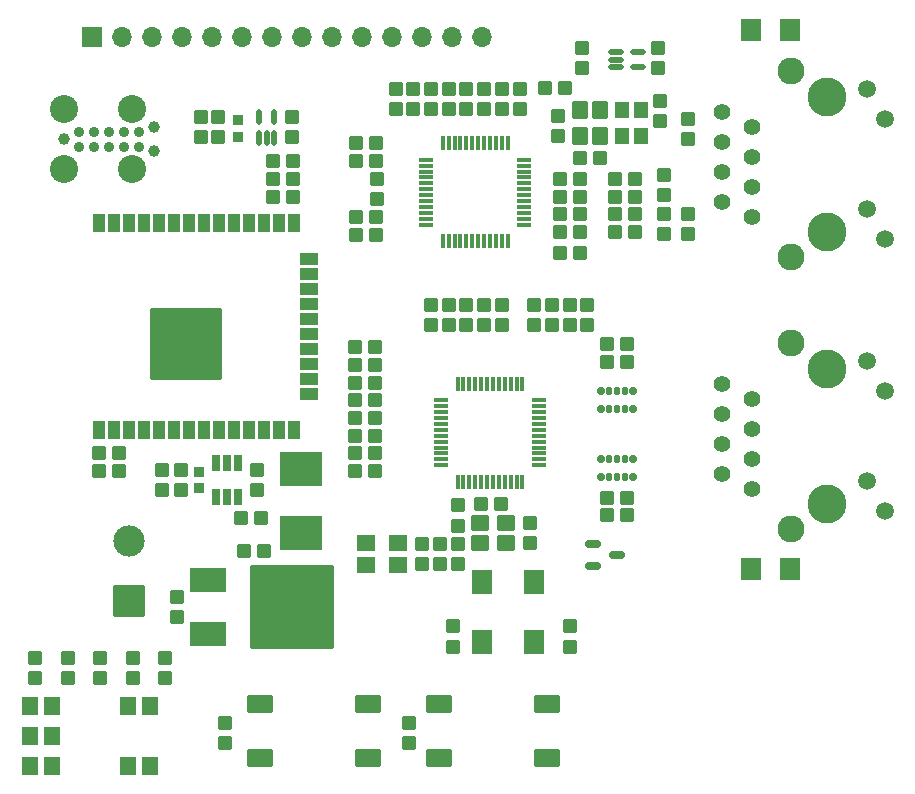
<source format=gbr>
%TF.GenerationSoftware,KiCad,Pcbnew,8.0.0*%
%TF.CreationDate,2024-03-19T13:56:09-04:00*%
%TF.ProjectId,Ethernet_Dev_Board,45746865-726e-4657-945f-4465765f426f,rev?*%
%TF.SameCoordinates,Original*%
%TF.FileFunction,Soldermask,Top*%
%TF.FilePolarity,Negative*%
%FSLAX46Y46*%
G04 Gerber Fmt 4.6, Leading zero omitted, Abs format (unit mm)*
G04 Created by KiCad (PCBNEW 8.0.0) date 2024-03-19 13:56:09*
%MOMM*%
%LPD*%
G01*
G04 APERTURE LIST*
G04 Aperture macros list*
%AMRoundRect*
0 Rectangle with rounded corners*
0 $1 Rounding radius*
0 $2 $3 $4 $5 $6 $7 $8 $9 X,Y pos of 4 corners*
0 Add a 4 corners polygon primitive as box body*
4,1,4,$2,$3,$4,$5,$6,$7,$8,$9,$2,$3,0*
0 Add four circle primitives for the rounded corners*
1,1,$1+$1,$2,$3*
1,1,$1+$1,$4,$5*
1,1,$1+$1,$6,$7*
1,1,$1+$1,$8,$9*
0 Add four rect primitives between the rounded corners*
20,1,$1+$1,$2,$3,$4,$5,0*
20,1,$1+$1,$4,$5,$6,$7,0*
20,1,$1+$1,$6,$7,$8,$9,0*
20,1,$1+$1,$8,$9,$2,$3,0*%
G04 Aperture macros list end*
%ADD10RoundRect,0.050800X0.500000X0.550000X-0.500000X0.550000X-0.500000X-0.550000X0.500000X-0.550000X0*%
%ADD11RoundRect,0.050800X0.550000X-0.500000X0.550000X0.500000X-0.550000X0.500000X-0.550000X-0.500000X0*%
%ADD12RoundRect,0.050800X-0.550000X0.500000X-0.550000X-0.500000X0.550000X-0.500000X0.550000X0.500000X0*%
%ADD13RoundRect,0.050800X-1.500000X1.000000X-1.500000X-1.000000X1.500000X-1.000000X1.500000X1.000000X0*%
%ADD14RoundRect,0.050800X-3.500000X3.500000X-3.500000X-3.500000X3.500000X-3.500000X3.500000X3.500000X0*%
%ADD15RoundRect,0.050800X-0.500000X-0.550000X0.500000X-0.550000X0.500000X0.550000X-0.500000X0.550000X0*%
%ADD16RoundRect,0.050800X-0.600000X0.700000X-0.600000X-0.700000X0.600000X-0.700000X0.600000X0.700000X0*%
%ADD17RoundRect,0.050800X0.600000X-0.700000X0.600000X0.700000X-0.600000X0.700000X-0.600000X-0.700000X0*%
%ADD18RoundRect,0.050800X-0.700000X-0.600000X0.700000X-0.600000X0.700000X0.600000X-0.700000X0.600000X0*%
%ADD19RoundRect,0.050800X0.700000X0.600000X-0.700000X0.600000X-0.700000X-0.600000X0.700000X-0.600000X0*%
%ADD20R,1.700000X1.700000*%
%ADD21O,1.700000X1.700000*%
%ADD22RoundRect,0.050800X1.750000X-1.400000X1.750000X1.400000X-1.750000X1.400000X-1.750000X-1.400000X0*%
%ADD23RoundRect,0.050800X0.450000X0.750000X-0.450000X0.750000X-0.450000X-0.750000X0.450000X-0.750000X0*%
%ADD24RoundRect,0.050800X0.750000X-0.450000X0.750000X0.450000X-0.750000X0.450000X-0.750000X-0.450000X0*%
%ADD25RoundRect,0.050800X3.000000X-3.000000X3.000000X3.000000X-3.000000X3.000000X-3.000000X-3.000000X0*%
%ADD26RoundRect,0.155958X-0.149842X-0.199842X0.149842X-0.199842X0.149842X0.199842X-0.149842X0.199842X0*%
%ADD27RoundRect,0.115158X-0.110642X-0.240642X0.110642X-0.240642X0.110642X0.240642X-0.110642X0.240642X0*%
%ADD28RoundRect,0.155958X0.149842X0.199842X-0.149842X0.199842X-0.149842X-0.199842X0.149842X-0.199842X0*%
%ADD29RoundRect,0.115158X0.110642X0.240642X-0.110642X0.240642X-0.110642X-0.240642X0.110642X-0.240642X0*%
%ADD30RoundRect,0.095400X0.535400X-0.095400X0.535400X0.095400X-0.535400X0.095400X-0.535400X-0.095400X0*%
%ADD31RoundRect,0.095400X0.095400X0.535400X-0.095400X0.535400X-0.095400X-0.535400X0.095400X-0.535400X0*%
%ADD32RoundRect,0.095400X-0.535400X0.095400X-0.535400X-0.095400X0.535400X-0.095400X0.535400X0.095400X0*%
%ADD33RoundRect,0.095400X-0.095400X-0.535400X0.095400X-0.535400X0.095400X0.535400X-0.095400X0.535400X0*%
%ADD34RoundRect,0.050800X-0.300000X-0.650000X0.300000X-0.650000X0.300000X0.650000X-0.300000X0.650000X0*%
%ADD35RoundRect,0.050800X0.800000X0.901500X-0.800000X0.901500X-0.800000X-0.901500X0.800000X-0.901500X0*%
%ADD36RoundRect,0.127624X-0.518176X0.113176X-0.518176X-0.113176X0.518176X-0.113176X0.518176X0.113176X0*%
%ADD37RoundRect,0.127624X0.518176X-0.113176X0.518176X0.113176X-0.518176X0.113176X-0.518176X-0.113176X0*%
%ADD38RoundRect,0.050800X0.650000X-0.750000X0.650000X0.750000X-0.650000X0.750000X-0.650000X-0.750000X0*%
%ADD39RoundRect,0.050800X1.275000X1.275000X-1.275000X1.275000X-1.275000X-1.275000X1.275000X-1.275000X0*%
%ADD40C,2.651600*%
%ADD41RoundRect,0.050800X-0.350000X0.400000X-0.350000X-0.400000X0.350000X-0.400000X0.350000X0.400000X0*%
%ADD42R,1.700000X2.100000*%
%ADD43R,1.200000X1.400000*%
%ADD44RoundRect,0.050800X0.750000X0.650000X-0.750000X0.650000X-0.750000X-0.650000X0.750000X-0.650000X0*%
%ADD45RoundRect,0.050800X-1.050000X-0.700000X1.050000X-0.700000X1.050000X0.700000X-1.050000X0.700000X0*%
%ADD46C,3.300000*%
%ADD47C,1.509600*%
%ADD48C,1.401600*%
%ADD49C,2.285600*%
%ADD50RoundRect,0.174342X-0.481458X0.181458X-0.481458X-0.181458X0.481458X-0.181458X0.481458X0.181458X0*%
%ADD51RoundRect,0.174342X0.481458X-0.181458X0.481458X0.181458X-0.481458X0.181458X-0.481458X-0.181458X0*%
%ADD52C,2.375000*%
%ADD53C,0.991000*%
%ADD54RoundRect,0.444300X0.000000X0.000000X0.000000X0.000000X0.000000X0.000000X0.000000X0.000000X0*%
%ADD55RoundRect,0.127624X-0.113176X-0.518176X0.113176X-0.518176X0.113176X0.518176X-0.113176X0.518176X0*%
%ADD56RoundRect,0.127624X0.113176X0.518176X-0.113176X0.518176X-0.113176X-0.518176X0.113176X-0.518176X0*%
G04 APERTURE END LIST*
D10*
%TO.C,C305*%
X113500000Y-53600000D03*
X113500000Y-51900000D03*
%TD*%
D11*
%TO.C,C207*%
X128400000Y-75000000D03*
X130100000Y-75000000D03*
%TD*%
D10*
%TO.C,C402*%
X90750000Y-85850000D03*
X90750000Y-84150000D03*
%TD*%
D12*
%TO.C,C109*%
X108850000Y-64250000D03*
X107150000Y-64250000D03*
%TD*%
%TO.C,R306*%
X130750000Y-59500000D03*
X129050000Y-59500000D03*
%TD*%
D13*
%TO.C,U101*%
X94650000Y-93459000D03*
X94650001Y-98064000D03*
D14*
X101750000Y-95750000D03*
%TD*%
D10*
%TO.C,R203*%
X91000000Y-101750000D03*
X91000000Y-100050000D03*
%TD*%
%TO.C,R406*%
X85500000Y-101750000D03*
X85500000Y-100050000D03*
%TD*%
%TO.C,R102*%
X95500000Y-55930000D03*
X95500000Y-54230000D03*
%TD*%
%TO.C,C310*%
X133250000Y-64200000D03*
X133250000Y-62500000D03*
%TD*%
D15*
%TO.C,R204*%
X116500000Y-70150000D03*
X116500000Y-71850000D03*
%TD*%
D16*
%TO.C,XTAL301*%
X126150000Y-53650000D03*
D17*
X127850000Y-53650000D03*
D16*
X126150000Y-55850000D03*
D17*
X127850000Y-55850000D03*
%TD*%
D15*
%TO.C,C115*%
X115750000Y-90400000D03*
X115750000Y-92100000D03*
%TD*%
D12*
%TO.C,C119*%
X108800000Y-78250000D03*
X107100000Y-78250000D03*
%TD*%
D15*
%TO.C,C125*%
X101750000Y-54230000D03*
X101750000Y-55930000D03*
%TD*%
D18*
%TO.C,XTAL201*%
X117650000Y-90350000D03*
D19*
X117650000Y-88650000D03*
D18*
X119850000Y-90350000D03*
D19*
X119850000Y-88650000D03*
%TD*%
D12*
%TO.C,C116*%
X108850000Y-56500000D03*
X107150000Y-56500000D03*
%TD*%
D20*
%TO.C,J402*%
X84790000Y-47500000D03*
D21*
X87330000Y-47500000D03*
X89870000Y-47500000D03*
X92410000Y-47500000D03*
X94950000Y-47500000D03*
X97490000Y-47500000D03*
X100030000Y-47500000D03*
X102570000Y-47500000D03*
X105110000Y-47500000D03*
X107650000Y-47500000D03*
X110190000Y-47500000D03*
X112730000Y-47500000D03*
X115270000Y-47500000D03*
X117810000Y-47500000D03*
%TD*%
D22*
%TO.C,TVS101*%
X102500000Y-84050000D03*
X102500000Y-89450000D03*
%TD*%
D23*
%TO.C,U402*%
X85390000Y-80740000D03*
X86660000Y-80740000D03*
X87930000Y-80740000D03*
X89200000Y-80740000D03*
X90470000Y-80740000D03*
X91740000Y-80740000D03*
X93010000Y-80740000D03*
X94280000Y-80740000D03*
X95550000Y-80740000D03*
X96820000Y-80740000D03*
X98090000Y-80740000D03*
X99360000Y-80740000D03*
X100630000Y-80740000D03*
X101900000Y-80740000D03*
D24*
X103150000Y-77705000D03*
X103150000Y-76425000D03*
X103150000Y-75155000D03*
X103150000Y-73885000D03*
X103150000Y-72615000D03*
X103150000Y-71345000D03*
X103150000Y-70075000D03*
X103150000Y-68805000D03*
X103150000Y-67535000D03*
X103150000Y-66274000D03*
D23*
X101900000Y-63240000D03*
X100630000Y-63240000D03*
X99360000Y-63240000D03*
X98090000Y-63240000D03*
X96820000Y-63240000D03*
X95550000Y-63240000D03*
X94280000Y-63240000D03*
X93010000Y-63240000D03*
X91740000Y-63240000D03*
X90470000Y-63240000D03*
X89200000Y-63240000D03*
X87930000Y-63240000D03*
X86660000Y-63240000D03*
X85390000Y-63240000D03*
D25*
X92730000Y-73490000D03*
%TD*%
D10*
%TO.C,R405*%
X82750000Y-101750000D03*
X82750000Y-100050000D03*
%TD*%
D15*
%TO.C,R209*%
X122250000Y-70150000D03*
X122250000Y-71850000D03*
%TD*%
D12*
%TO.C,C404*%
X87100000Y-84250000D03*
X85400000Y-84250000D03*
%TD*%
D26*
%TO.C,R202*%
X127890000Y-84760000D03*
D27*
X128610000Y-84760000D03*
X129250000Y-84760000D03*
X129890000Y-84760000D03*
D26*
X130610000Y-84760000D03*
D28*
X130610000Y-83240000D03*
D29*
X129890000Y-83240000D03*
X129250000Y-83240000D03*
X128610000Y-83240000D03*
D28*
X127890000Y-83240000D03*
%TD*%
D12*
%TO.C,R403*%
X101850000Y-61000000D03*
X100150000Y-61000000D03*
%TD*%
D30*
%TO.C,U301*%
X121380000Y-63380000D03*
X121380000Y-62880000D03*
X121380000Y-62380000D03*
X121380000Y-61880000D03*
X121380000Y-61380000D03*
X121380000Y-60880000D03*
X121380000Y-60380000D03*
X121380000Y-59880000D03*
X121380000Y-59380000D03*
X121380000Y-58880000D03*
X121380000Y-58380000D03*
X121380000Y-57880000D03*
D31*
X120000000Y-56500000D03*
X119500000Y-56500000D03*
X119000000Y-56500000D03*
X118500000Y-56500000D03*
X118000000Y-56500000D03*
X117500000Y-56500000D03*
X117000000Y-56500000D03*
X116500000Y-56500000D03*
X116000000Y-56500000D03*
X115500000Y-56500000D03*
X115000000Y-56500000D03*
X114500000Y-56500000D03*
D32*
X113120000Y-57880000D03*
X113120000Y-58380000D03*
X113120000Y-58880000D03*
X113120000Y-59380000D03*
X113120000Y-59880000D03*
X113120000Y-60380000D03*
X113120000Y-60880000D03*
X113120000Y-61380000D03*
X113120000Y-61880000D03*
X113120000Y-62380000D03*
X113120000Y-62880000D03*
X113120000Y-63380000D03*
D33*
X114500000Y-64760000D03*
X115000000Y-64760000D03*
X115500000Y-64760000D03*
X116000000Y-64760000D03*
X116500000Y-64760000D03*
X117000000Y-64760000D03*
X117500000Y-64760000D03*
X118000000Y-64760000D03*
X118500000Y-64760000D03*
X119000000Y-64760000D03*
X119500000Y-64760000D03*
X120000000Y-64760000D03*
%TD*%
D15*
%TO.C,C406*%
X98750000Y-84150000D03*
X98750000Y-85850000D03*
%TD*%
D10*
%TO.C,C309*%
X118000000Y-53600000D03*
X118000000Y-51900000D03*
%TD*%
D12*
%TO.C,C304*%
X124850000Y-51850000D03*
X123150000Y-51850000D03*
%TD*%
%TO.C,C113*%
X108850000Y-62750000D03*
X107150000Y-62750000D03*
%TD*%
%TO.C,R309*%
X126100000Y-61000000D03*
X124400000Y-61000000D03*
%TD*%
%TO.C,C107*%
X108800000Y-84250000D03*
X107100000Y-84250000D03*
%TD*%
D34*
%TO.C,U403*%
X95300000Y-86450000D03*
X96250000Y-86450000D03*
X97200000Y-86450000D03*
X97200000Y-83551000D03*
X96250000Y-83550000D03*
X95300000Y-83551000D03*
%TD*%
D15*
%TO.C,C210*%
X115750000Y-87150000D03*
X115750000Y-88850000D03*
%TD*%
D10*
%TO.C,R210*%
X125250000Y-99100000D03*
X125250000Y-97400000D03*
%TD*%
D12*
%TO.C,R308*%
X126100000Y-62500000D03*
X124400000Y-62500000D03*
%TD*%
D10*
%TO.C,FB302*%
X115000000Y-53600000D03*
X115000000Y-51900000D03*
%TD*%
D12*
%TO.C,R311*%
X126100000Y-65750000D03*
X124400000Y-65750000D03*
%TD*%
%TO.C,R310*%
X126100000Y-59500000D03*
X124400000Y-59500000D03*
%TD*%
D10*
%TO.C,R101*%
X80000000Y-101750000D03*
X80000000Y-100050000D03*
%TD*%
D15*
%TO.C,C209*%
X121850000Y-88650000D03*
X121850000Y-90350000D03*
%TD*%
%TO.C,C405*%
X111640000Y-105530000D03*
X111640000Y-107230000D03*
%TD*%
D31*
%TO.C,U201*%
X121250000Y-76870000D03*
X120750000Y-76870000D03*
X120250000Y-76870000D03*
X119750000Y-76870000D03*
X119250000Y-76870000D03*
X118750000Y-76870000D03*
X118250000Y-76870000D03*
X117750000Y-76870000D03*
X117250000Y-76870000D03*
X116750000Y-76870000D03*
X116250000Y-76870000D03*
X115750000Y-76870000D03*
D32*
X114370000Y-78250000D03*
X114370000Y-78750000D03*
X114370000Y-79250000D03*
X114370000Y-79750000D03*
X114370000Y-80250000D03*
X114370000Y-80750000D03*
X114370000Y-81250000D03*
X114370000Y-81750000D03*
X114370000Y-82250000D03*
X114370000Y-82750000D03*
X114370000Y-83250000D03*
X114370000Y-83750000D03*
D33*
X115750000Y-85130000D03*
X116250000Y-85130000D03*
X116750000Y-85130000D03*
X117250000Y-85130000D03*
X117750000Y-85130000D03*
X118250000Y-85130000D03*
X118750000Y-85130000D03*
X119250000Y-85130000D03*
X119750000Y-85130000D03*
X120250000Y-85130000D03*
X120750000Y-85130000D03*
X121250000Y-85130000D03*
D30*
X122630000Y-83750000D03*
X122630000Y-83250000D03*
X122630000Y-82750000D03*
X122630000Y-82250000D03*
X122630000Y-81750000D03*
X122630000Y-81250000D03*
X122630000Y-80750000D03*
X122630000Y-80250000D03*
X122630000Y-79750000D03*
X122630000Y-79250000D03*
X122630000Y-78750000D03*
X122630000Y-78250000D03*
%TD*%
D35*
%TO.C,C306*%
X143876000Y-46880000D03*
X140624000Y-46880000D03*
%TD*%
D12*
%TO.C,C118*%
X108850000Y-57948000D03*
X107150000Y-57948000D03*
%TD*%
D11*
%TO.C,R212*%
X117750000Y-87000000D03*
X119450000Y-87000000D03*
%TD*%
D10*
%TO.C,C203*%
X119500000Y-71850000D03*
X119500000Y-70150000D03*
%TD*%
D12*
%TO.C,C111*%
X108800000Y-82750000D03*
X107100000Y-82750000D03*
%TD*%
D36*
%TO.C,U103*%
X129170000Y-48750000D03*
X129170000Y-49400000D03*
X129170000Y-50050000D03*
D37*
X131000000Y-50050000D03*
X131000000Y-48750000D03*
%TD*%
D12*
%TO.C,C114*%
X108800000Y-81250000D03*
X107100000Y-81250000D03*
%TD*%
%TO.C,R305*%
X130750000Y-61000000D03*
X129050000Y-61000000D03*
%TD*%
D10*
%TO.C,C201*%
X115000000Y-71850000D03*
X115000000Y-70150000D03*
%TD*%
D15*
%TO.C,R207*%
X125250000Y-70150000D03*
X125250000Y-71850000D03*
%TD*%
D10*
%TO.C,C202*%
X113500000Y-71850000D03*
X113500000Y-70150000D03*
%TD*%
%TO.C,C312*%
X121000000Y-53600000D03*
X121000000Y-51900000D03*
%TD*%
D38*
%TO.C,LED401*%
X81440000Y-106640000D03*
X79560000Y-106640000D03*
%TD*%
D39*
%TO.C,J101*%
X87970000Y-95210000D03*
D40*
X87970000Y-90130000D03*
%TD*%
D12*
%TO.C,R303*%
X130750000Y-64000000D03*
X129050000Y-64000000D03*
%TD*%
D41*
%TO.C,D401*%
X93850000Y-85710000D03*
X93850000Y-84290000D03*
%TD*%
D10*
%TO.C,R312*%
X88250000Y-101750000D03*
X88250000Y-100050000D03*
%TD*%
D38*
%TO.C,LED301*%
X89690000Y-104100000D03*
X87810000Y-104100000D03*
%TD*%
D12*
%TO.C,R402*%
X99100000Y-88250000D03*
X97400000Y-88250000D03*
%TD*%
D42*
%TO.C,Y201*%
X122250000Y-98750000D03*
X122250000Y-93670000D03*
X117850000Y-93670000D03*
X117850000Y-98750000D03*
%TD*%
D12*
%TO.C,R407*%
X101850000Y-58000000D03*
X100150000Y-58000000D03*
%TD*%
D11*
%TO.C,C206*%
X128400000Y-73500000D03*
X130100000Y-73500000D03*
%TD*%
D43*
%TO.C,Y301*%
X131300000Y-55850000D03*
X131300000Y-53650000D03*
X129700000Y-53650000D03*
X129700000Y-55850000D03*
%TD*%
D10*
%TO.C,R201*%
X118000000Y-71850000D03*
X118000000Y-70150000D03*
%TD*%
D44*
%TO.C,FB101*%
X108000000Y-92200000D03*
X108000000Y-90300000D03*
%TD*%
D10*
%TO.C,C302*%
X110500000Y-53600000D03*
X110500000Y-51900000D03*
%TD*%
D15*
%TO.C,R302*%
X124250000Y-54150000D03*
X124250000Y-55850000D03*
%TD*%
D45*
%TO.C,S402*%
X114200000Y-104000000D03*
X114200000Y-108500000D03*
X123300000Y-104000000D03*
X123300000Y-108500000D03*
%TD*%
D46*
%TO.C,J301*%
X147034000Y-63965000D03*
X147034000Y-52535000D03*
D47*
X150412000Y-51924000D03*
X151932000Y-54466000D03*
X150412000Y-62036000D03*
X151932000Y-64574000D03*
D48*
X140684000Y-62695000D03*
X138144000Y-61425000D03*
X140684000Y-60155000D03*
X138144000Y-58885000D03*
X140684000Y-57615000D03*
X138144000Y-56345000D03*
X140684000Y-55075000D03*
X138144000Y-53805000D03*
D49*
X143984000Y-66125000D03*
X143984000Y-50375000D03*
%TD*%
D10*
%TO.C,C101*%
X92000000Y-96600000D03*
X92000000Y-94900000D03*
%TD*%
D15*
%TO.C,R206*%
X126750000Y-70150000D03*
X126750000Y-71850000D03*
%TD*%
D12*
%TO.C,R307*%
X126100000Y-64000000D03*
X124400000Y-64000000D03*
%TD*%
D15*
%TO.C,R301*%
X135250000Y-54400000D03*
X135250000Y-56100000D03*
%TD*%
D12*
%TO.C,C117*%
X108800000Y-79750000D03*
X107100000Y-79750000D03*
%TD*%
D10*
%TO.C,C126*%
X94000000Y-55930000D03*
X94000000Y-54230000D03*
%TD*%
%TO.C,C313*%
X133250000Y-60850000D03*
X133250000Y-59150000D03*
%TD*%
D50*
%TO.C,Q201*%
X127245000Y-90385000D03*
X127245000Y-92285000D03*
D51*
X129255000Y-91335000D03*
%TD*%
D38*
%TO.C,LED201*%
X89690000Y-109180000D03*
X87810000Y-109180000D03*
%TD*%
D35*
%TO.C,C208*%
X143876000Y-92500000D03*
X140624000Y-92500000D03*
%TD*%
D10*
%TO.C,C204*%
X115350000Y-99100000D03*
X115350000Y-97400000D03*
%TD*%
D44*
%TO.C,FB102*%
X110750000Y-92200000D03*
X110750000Y-90300000D03*
%TD*%
D12*
%TO.C,R304*%
X130750000Y-62500000D03*
X129050000Y-62500000D03*
%TD*%
D15*
%TO.C,C112*%
X114250000Y-90400000D03*
X114250000Y-92100000D03*
%TD*%
D10*
%TO.C,FB103*%
X108900000Y-61200000D03*
X108900000Y-59500000D03*
%TD*%
D15*
%TO.C,C401*%
X96100000Y-105530000D03*
X96100000Y-107230000D03*
%TD*%
D10*
%TO.C,C311*%
X119500000Y-53600000D03*
X119500000Y-51900000D03*
%TD*%
D12*
%TO.C,C106*%
X99350000Y-91000000D03*
X97650000Y-91000000D03*
%TD*%
%TO.C,R404*%
X101850000Y-59500000D03*
X100150000Y-59500000D03*
%TD*%
D52*
%TO.C,J401*%
X82460000Y-53595000D03*
D53*
X82460000Y-56135000D03*
D52*
X82460000Y-58675000D03*
X88175000Y-53595000D03*
X88175000Y-58675000D03*
D53*
X90080000Y-55119000D03*
X90080000Y-57151000D03*
D54*
X83730000Y-56770000D03*
X85000000Y-56770000D03*
X86270000Y-56770000D03*
X87540000Y-56770000D03*
X88810000Y-56770000D03*
X88810000Y-55500000D03*
X87540000Y-55500000D03*
X86270000Y-55500000D03*
X85000000Y-55500000D03*
X83730000Y-55500000D03*
%TD*%
D12*
%TO.C,C124*%
X108800000Y-73750000D03*
X107100000Y-73750000D03*
%TD*%
%TO.C,C403*%
X87100000Y-82750000D03*
X85400000Y-82750000D03*
%TD*%
D45*
%TO.C,S401*%
X99060000Y-104000000D03*
X99060000Y-108500000D03*
X108160000Y-104000000D03*
X108160000Y-108500000D03*
%TD*%
D15*
%TO.C,C128*%
X132750000Y-48400000D03*
X132750000Y-50100000D03*
%TD*%
%TO.C,FB301*%
X112000000Y-51900000D03*
X112000000Y-53600000D03*
%TD*%
%TO.C,R208*%
X123750000Y-70150000D03*
X123750000Y-71850000D03*
%TD*%
D12*
%TO.C,C205*%
X130100000Y-88000000D03*
X128400000Y-88000000D03*
%TD*%
D46*
%TO.C,J201*%
X147034000Y-87000000D03*
X147034000Y-75570000D03*
D47*
X150412000Y-74959000D03*
X151932000Y-77501000D03*
X150412000Y-85071000D03*
X151932000Y-87609000D03*
D48*
X140684000Y-85730000D03*
X138144000Y-84460000D03*
X140684000Y-83190000D03*
X138144000Y-81920000D03*
X140684000Y-80650000D03*
X138144000Y-79380000D03*
X140684000Y-78110000D03*
X138144000Y-76840000D03*
D49*
X143984000Y-89160000D03*
X143984000Y-73410000D03*
%TD*%
D12*
%TO.C,R211*%
X130100000Y-86500000D03*
X128400000Y-86500000D03*
%TD*%
D38*
%TO.C,LED101*%
X81440000Y-104100000D03*
X79560000Y-104100000D03*
%TD*%
D12*
%TO.C,C303*%
X127850000Y-57750000D03*
X126150000Y-57750000D03*
%TD*%
D41*
%TO.C,D101*%
X97125000Y-55915000D03*
X97125000Y-54495000D03*
%TD*%
D10*
%TO.C,C308*%
X135250000Y-64200000D03*
X135250000Y-62500000D03*
%TD*%
D12*
%TO.C,C123*%
X108800000Y-75250000D03*
X107100000Y-75250000D03*
%TD*%
D10*
%TO.C,C301*%
X132900000Y-54600000D03*
X132900000Y-52900000D03*
%TD*%
D55*
%TO.C,U102*%
X98950000Y-56080000D03*
X99600000Y-56080000D03*
X100250000Y-56080000D03*
D56*
X100250000Y-54250000D03*
X98950000Y-54250000D03*
%TD*%
D15*
%TO.C,C108*%
X112750000Y-90400000D03*
X112750000Y-92100000D03*
%TD*%
D38*
%TO.C,LED402*%
X81440000Y-109180000D03*
X79560000Y-109180000D03*
%TD*%
D10*
%TO.C,C307*%
X116500000Y-53600000D03*
X116500000Y-51900000D03*
%TD*%
D12*
%TO.C,C121*%
X108800000Y-76750000D03*
X107100000Y-76750000D03*
%TD*%
D15*
%TO.C,R401*%
X92350000Y-84150000D03*
X92350000Y-85850000D03*
%TD*%
D28*
%TO.C,R205*%
X130610000Y-77490000D03*
D29*
X129890000Y-77490000D03*
X129250000Y-77490000D03*
X128610000Y-77490000D03*
D28*
X127890000Y-77490000D03*
D26*
X127890000Y-79010000D03*
D27*
X128610000Y-79010000D03*
X129250000Y-79010000D03*
X129890000Y-79010000D03*
D26*
X130610000Y-79010000D03*
%TD*%
D15*
%TO.C,C127*%
X126250000Y-48400000D03*
X126250000Y-50100000D03*
%TD*%
M02*

</source>
